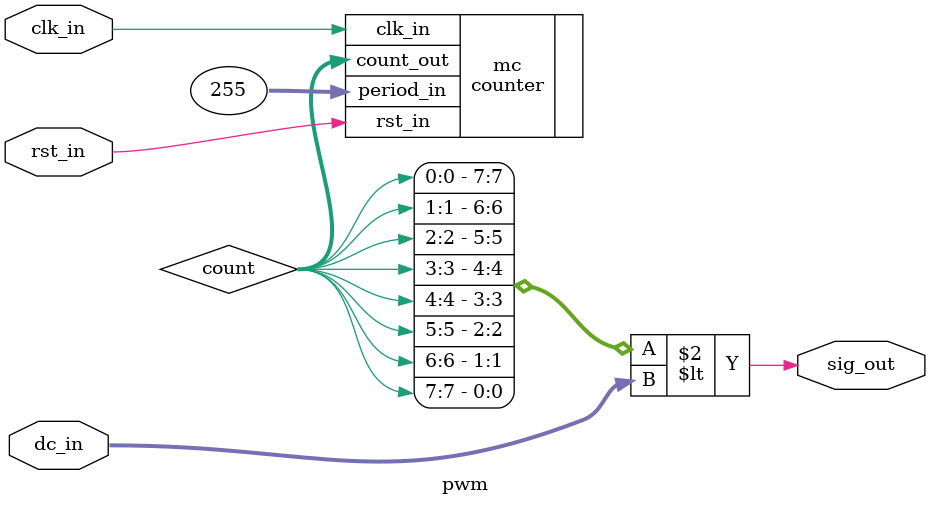
<source format=sv>
module pwm(   input wire clk_in,
              input wire rst_in,
              input wire [7:0] dc_in,
              output logic sig_out);
 
    logic [31:0] count;
    counter mc (.clk_in(clk_in),
                .rst_in(rst_in),
                .period_in(255),
                .count_out(count));
    assign sig_out = {count[0],count[1],count[2],count[3],count[4],count[5],count[6],count[7]}<dc_in; //very simple threshold check
endmodule
</source>
